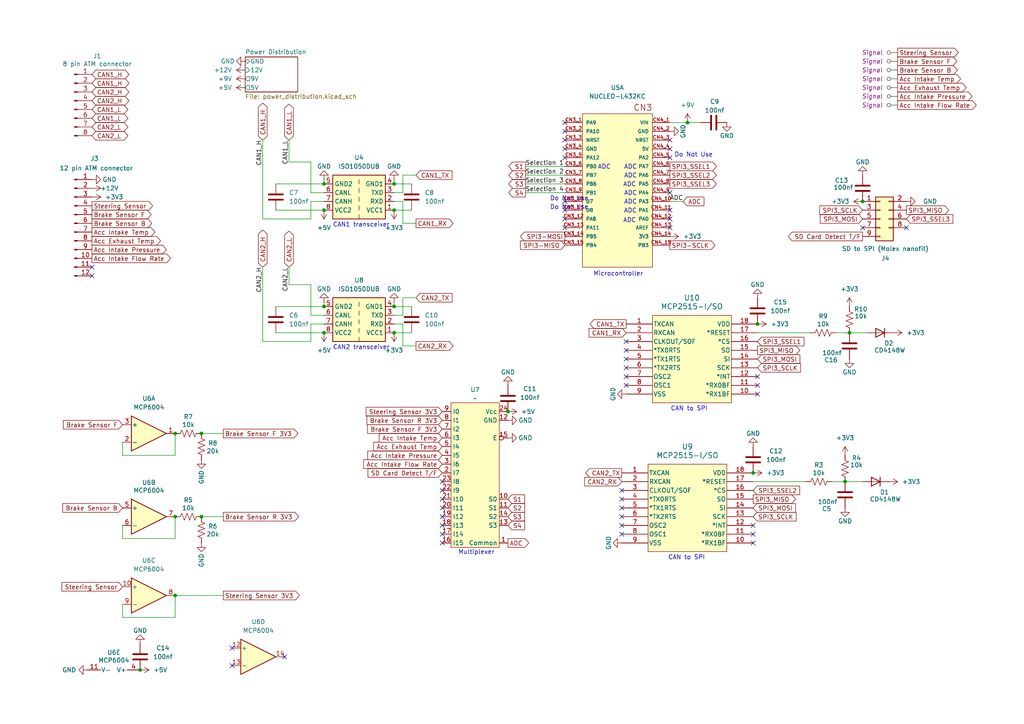
<source format=kicad_sch>
(kicad_sch (version 20231120) (generator "eeschema") (generator_version "8.0")
  (paper "A4")
  (title_block (title "Telemetry Board") (date "2024-11-10") (rev "1.8"))
  (lib_symbols
    (symbol "1_ACC_BOARD:NUCLEO-L432KC" (pin_names (offset 1.016))
      (property "Reference" "U" (at 10.16 21.082 0))
      (property "Value" "NUCLEO-L432KC" (at -7.62 -25.4 0))
      (symbol "NUCLEO-L432KC_1_0"
        (text "CN3" (at 10.16 18.542 0) (effects (font (size 1.778 1.778)) (justify right bottom)))
        (pin bidirectional line (at -15.24 15.24 0) (length 5.08) (name "PA9") (number "CN3_1"))
        (pin bidirectional line (at -15.24 -12.7 0) (length 5.08) (name "PA8") (number "CN3_12"))
        (pin bidirectional line (at -15.24 -15.24 0) (length 5.08) (name "PA11") (number "CN3_13"))
        (pin bidirectional line (at -15.24 -17.78 0) (length 5.08) (name "PB5") (number "CN3_14"))
        (pin bidirectional line (at -15.24 -20.32 0) (length 5.08) (name "PB4") (number "CN3_15"))
        (pin bidirectional line (at -15.24 12.7 0) (length 5.08) (name "PA10") (number "CN3_2"))
        (pin bidirectional line (at -15.24 5.08 0) (length 5.08) (name "PA12") (number "CN3_5"))
        (pin bidirectional line (at -15.24 2.54 0) (length 5.08) (name "PB0") (number "CN3_6"))
        (pin bidirectional line (at -15.24 0 0) (length 5.08) (name "PB7") (number "CN3_7"))
        (pin bidirectional line (at -15.24 -2.54 0) (length 5.08) (name "PB6") (number "CN3_8"))
        (pin bidirectional line (at -15.24 -5.08 0) (length 5.08) (name "PB1") (number "CN3_9"))
      )
      (symbol "NUCLEO-L432KC_1_1"
        (pin bidirectional line (at -15.24 -7.62 0) (length 5.08) (name "D7") (number "CN3_10"))
        (pin bidirectional line (at -15.24 -10.16 0) (length 5.08) (name "D8") (number "CN3_11"))
        (pin bidirectional line (at -15.24 10.16 0) (length 5.08) (name "NRST") (number "CN3_3"))
        (pin power_in line (at -15.24 7.62 0) (length 5.08) (name "GND") (number "CN3_4"))
        (pin power_in line (at 15.24 15.24 180) (length 5.08) (name "VIN") (number "CN4_1"))
        (pin bidirectional line (at 15.24 -7.62 180) (length 5.08) (name "PA3") (number "CN4_10"))
        (pin bidirectional line (at 15.24 -10.16 180) (length 5.08) (name "PA1") (number "CN4_11"))
        (pin bidirectional line (at 15.24 -12.7 180) (length 5.08) (name "PA0") (number "CN4_12"))
        (pin bidirectional line (at 15.24 -15.24 180) (length 5.08) (name "AREF") (number "CN4_13"))
        (pin power_out line (at 15.24 -17.78 180) (length 5.08) (name "3V3") (number "CN4_14"))
        (pin bidirectional line (at 15.24 -20.32 180) (length 5.08) (name "PB3") (number "CN4_15"))
        (pin power_in line (at 15.24 12.7 180) (length 5.08) (name "GND") (number "CN4_2"))
        (pin bidirectional line (at 15.24 10.16 180) (length 5.08) (name "NRST") (number "CN4_3"))
        (pin power_out line (at 15.24 7.62 180) (length 5.08) (name "5V") (number "CN4_4"))
        (pin bidirectional line (at 15.24 5.08 180) (length 5.08) (name "PA2") (number "CN4_5"))
        (pin bidirectional line (at 15.24 2.54 180) (length 5.08) (name "PA7") (number "CN4_6"))
        (pin bidirectional line (at 15.24 0 180) (length 5.08) (name "PA6") (number "CN4_7"))
        (pin bidirectional line (at 15.24 -2.54 180) (length 5.08) (name "PA5") (number "CN4_8"))
        (pin bidirectional line (at 15.24 -5.08 180) (length 5.08) (name "PA4") (number "CN4_9"))
      )
      (symbol "NUCLEO-L432KC_2_0"
        (text "CN4" (at -10.16 18.542 0) (effects (font (size 1.778 1.778)) (justify left bottom)))
        (pin input line (at -15.24 7.62 0) (length 5.08) (name "VIN") (number "CN4_1"))
        (pin bidirectional line (at -15.24 -10.16 0) (length 5.08) (name "PA3") (number "CN4_10"))
        (pin bidirectional line (at -15.24 -5.08 0) (length 5.08) (name "PA1") (number "CN4_11"))
        (pin bidirectional line (at -15.24 -2.54 0) (length 5.08) (name "PA0") (number "CN4_12"))
        (pin bidirectional line (at 15.24 7.62 180) (length 5.08) (name "AREF") (number "CN4_13"))
        (pin power_in line (at 15.24 12.7 180) (length 5.08) (name "+3V3") (number "CN4_14"))
        (pin bidirectional line (at 15.24 2.54 180) (length 5.08) (name "PB3") (number "CN4_15"))
        (pin power_in line (at 15.24 -15.24 180) (length 5.08) (name "GND_CN4") (number "CN4_2"))
        (pin bidirectional line (at -15.24 2.54 0) (length 5.08) (name "NRST_CN4") (number "CN4_3"))
        (pin power_in line (at 15.24 15.24 180) (length 5.08) (name "+5V") (number "CN4_4"))
        (pin bidirectional line (at -15.24 -7.62 0) (length 5.08) (name "PA2") (number "CN4_5"))
        (pin bidirectional line (at 15.24 -10.16 180) (length 5.08) (name "PA7") (number "CN4_6"))
        (pin bidirectional line (at 15.24 -7.62 180) (length 5.08) (name "PA6") (number "CN4_7"))
        (pin bidirectional line (at 15.24 -5.08 180) (length 5.08) (name "PA5") (number "CN4_8"))
        (pin bidirectional line (at 15.24 -2.54 180) (length 5.08) (name "PA4") (number "CN4_9"))
      )
      (symbol "NUCLEO-L432KC_2_1"
        (pin bidirectional line (at 17.78 6.35 180) (length 5.08) (name "PA2") (number "-UB"))
      )
    )
    (symbol "Amplifier_Operational:MCP6004" (pin_names (offset 0.127))
      (property "Reference" "U" (at 0 5.08 0))
      (property "Value" "MCP6004" (at 0 -5.08 0))
      (symbol "MCP6004_1_1"
        (pin output line (at 7.62 0 180) (length 2.54) (name "~") (number "1"))
        (pin input line (at -7.62 -2.54 0) (length 2.54) (name "-") (number "2"))
        (pin input line (at -7.62 2.54 0) (length 2.54) (name "+") (number "3"))
      )
      (symbol "MCP6004_2_1"
        (pin input line (at -7.62 2.54 0) (length 2.54) (name "+") (number "5"))
        (pin input line (at -7.62 -2.54 0) (length 2.54) (name "-") (number "6"))
        (pin output line (at 7.62 0 180) (length 2.54) (name "~") (number "7"))
      )
      (symbol "MCP6004_3_1"
        (pin input line (at -7.62 2.54 0) (length 2.54) (name "+") (number "10"))
        (pin output line (at 7.62 0 180) (length 2.54) (name "~") (number "8"))
        (pin input line (at -7.62 -2.54 0) (length 2.54) (name "-") (number "9"))
      )
      (symbol "MCP6004_4_1"
        (pin input line (at -7.62 2.54 0) (length 2.54) (name "+") (number "12"))
        (pin input line (at -7.62 -2.54 0) (length 2.54) (name "-") (number "13"))
        (pin output line (at 7.62 0 180) (length 2.54) (name "~") (number "14"))
      )
      (symbol "MCP6004_5_1"
        (pin power_in line (at -2.54 -7.62 90) (length 3.81) (name "V-") (number "11"))
        (pin power_in line (at -2.54 7.62 270) (length 3.81) (name "V+") (number "4"))
      )
    )
    (symbol "Connector:Conn_01x08_Pin" (pin_names (offset 1.016) hide)
      (property "Reference" "J" (at 0 10.16 0))
      (property "Value" "Conn_01x08_Pin" (at 0 -12.7 0))
      (symbol "Conn_01x08_Pin_1_1"
        (pin passive line (at 5.08 7.62 180) (length 3.81) (name "Pin_1") (number "1"))
        (pin passive line (at 5.08 5.08 180) (length 3.81) (name "Pin_2") (number "2"))
        (pin passive line (at 5.08 2.54 180) (length 3.81) (name "Pin_3") (number "3"))
        (pin passive line (at 5.08 0 180) (length 3.81) (name "Pin_4") (number "4"))
        (pin passive line (at 5.08 -2.54 180) (length 3.81) (name "Pin_5") (number "5"))
        (pin passive line (at 5.08 -5.08 180) (length 3.81) (name "Pin_6") (number "6"))
        (pin passive line (at 5.08 -7.62 180) (length 3.81) (name "Pin_7") (number "7"))
        (pin passive line (at 5.08 -10.16 180) (length 3.81) (name "Pin_8") (number "8"))
      )
    )
    (symbol "Connector:Conn_01x12_Pin" (pin_names (offset 1.016) hide)
      (property "Reference" "J" (at 0 15.24 0))
      (property "Value" "Conn_01x12_Pin" (at 0 -17.78 0))
      (symbol "Conn_01x12_Pin_1_1"
        (pin passive line (at 5.08 12.7 180) (length 3.81) (name "Pin_1") (number "1"))
        (pin passive line (at 5.08 -10.16 180) (length 3.81) (name "Pin_10") (number "10"))
        (pin passive line (at 5.08 -12.7 180) (length 3.81) (name "Pin_11") (number "11"))
        (pin passive line (at 5.08 -15.24 180) (length 3.81) (name "Pin_12") (number "12"))
        (pin passive line (at 5.08 10.16 180) (length 3.81) (name "Pin_2") (number "2"))
        (pin passive line (at 5.08 7.62 180) (length 3.81) (name "Pin_3") (number "3"))
        (pin passive line (at 5.08 5.08 180) (length 3.81) (name "Pin_4") (number "4"))
        (pin passive line (at 5.08 2.54 180) (length 3.81) (name "Pin_5") (number "5"))
        (pin passive line (at 5.08 0 180) (length 3.81) (name "Pin_6") (number "6"))
        (pin passive line (at 5.08 -2.54 180) (length 3.81) (name "Pin_7") (number "7"))
        (pin passive line (at 5.08 -5.08 180) (length 3.81) (name "Pin_8") (number "8"))
        (pin passive line (at 5.08 -7.62 180) (length 3.81) (name "Pin_9") (number "9"))
      )
    )
    (symbol "Connector_Generic:Conn_2Rows-09Pins" (pin_names (offset 1.016) hide)
      (property "Reference" "J" (at 1.27 7.62 0))
      (property "Value" "Conn_2Rows-09Pins" (at 1.27 -7.62 0))
      (symbol "Conn_2Rows-09Pins_1_1"
        (pin passive line (at -5.08 5.08 0) (length 3.81) (name "Pin_1") (number "1"))
        (pin passive line (at 7.62 5.08 180) (length 3.81) (name "Pin_2") (number "2"))
        (pin passive line (at -5.08 2.54 0) (length 3.81) (name "Pin_3") (number "3"))
        (pin passive line (at 7.62 2.54 180) (length 3.81) (name "Pin_4") (number "4"))
        (pin passive line (at -5.08 0 0) (length 3.81) (name "Pin_5") (number "5"))
        (pin passive line (at 7.62 0 180) (length 3.81) (name "Pin_6") (number "6"))
        (pin passive line (at -5.08 -2.54 0) (length 3.81) (name "Pin_7") (number "7"))
        (pin passive line (at 7.62 -2.54 180) (length 3.81) (name "Pin_8") (number "8"))
        (pin passive line (at -5.08 -5.08 0) (length 3.81) (name "Pin_9") (number "9"))
      )
    )
    (symbol "Device:C" (pin_numbers hide) (pin_names (offset 0.254))
      (property "Reference" "C" (at 0.635 2.54 0))
      (property "Value" "C" (at 0.635 -2.54 0))
      (symbol "C_1_1"
        (pin passive line (at 0 3.81 270) (length 2.794) (name "~") (number "1"))
        (pin passive line (at 0 -3.81 90) (length 2.794) (name "~") (number "2"))
      )
    )
    (symbol "Device:R_US" (pin_numbers hide) (pin_names (offset 0))
      (property "Reference" "R" (at 2.54 0 90))
      (property "Value" "R_US" (at -2.54 0 90))
      (symbol "R_US_1_1"
        (pin passive line (at 0 3.81 270) (length 1.27) (name "~") (number "1"))
        (pin passive line (at 0 -3.81 90) (length 1.27) (name "~") (number "2"))
      )
    )
    (symbol "Diode:CD4148W" (pin_numbers hide) (pin_names hide)
      (property "Reference" "D" (at 0 2.54 0))
      (property "Value" "CD4148W" (at 0 -2.54 0))
      (symbol "CD4148W_1_1"
        (pin passive line (at -3.81 0 0) (length 2.54) (name "K") (number "1"))
        (pin passive line (at 3.81 0 180) (length 2.54) (name "A") (number "2"))
      )
    )
    (symbol "FS_3_Global_Symbol_Library:CD74HC4067SM96"
      (property "Reference" "U" (at 1.778 1.27 0))
      (symbol "CD74HC4067SM96_1_1"
        (pin output line (at 16.51 -40.64 180) (length 2.54) (name "Common") (number "1"))
        (pin input line (at 16.51 -27.94 180) (length 2.54) (name "S0") (number "10"))
        (pin input line (at 16.51 -30.48 180) (length 2.54) (name "S1") (number "11"))
        (pin power_in line (at 16.51 -5.08 180) (length 2.54) (name "GND") (number "12"))
        (pin input line (at 16.51 -35.56 180) (length 2.54) (name "S3") (number "13"))
        (pin input line (at 16.51 -33.02 180) (length 2.54) (name "S2") (number "14"))
        (pin input inverted (at 16.51 -10.16 180) (length 2.54) (name "E") (number "15"))
        (pin input line (at -2.54 -40.64 0) (length 2.54) (name "I15") (number "16"))
        (pin input line (at -2.54 -38.1 0) (length 2.54) (name "I14") (number "17"))
        (pin input line (at -2.54 -35.56 0) (length 2.54) (name "I13") (number "18"))
        (pin input line (at -2.54 -33.02 0) (length 2.54) (name "I12") (number "19"))
        (pin input line (at -2.54 -20.32 0) (length 2.54) (name "I7") (number "2"))
        (pin input line (at -2.54 -30.48 0) (length 2.54) (name "I11") (number "20"))
        (pin input line (at -2.54 -27.94 0) (length 2.54) (name "I10") (number "21"))
        (pin input line (at -2.54 -25.4 0) (length 2.54) (name "I9") (number "22"))
        (pin input line (at -2.54 -22.86 0) (length 2.54) (name "I8") (number "23"))
        (pin power_in line (at 16.51 -2.54 180) (length 2.54) (name "Vcc") (number "24"))
        (pin input line (at -2.54 -17.78 0) (length 2.54) (name "I6") (number "3"))
        (pin input line (at -2.54 -15.24 0) (length 2.54) (name "I5") (number "4"))
        (pin input line (at -2.54 -12.7 0) (length 2.54) (name "I4") (number "5"))
        (pin input line (at -2.54 -10.16 0) (length 2.54) (name "I3") (number "6"))
        (pin input line (at -2.54 -7.62 0) (length 2.54) (name "I2") (number "7"))
        (pin input line (at -2.54 -5.08 0) (length 2.54) (name "I1") (number "8"))
        (pin input line (at -2.54 -2.54 0) (length 2.54) (name "I0") (number "9"))
      )
    )
    (symbol "Interface_CAN_LIN:ISO1050DUB"
      (property "Reference" "U" (at -6.35 6.35 0))
      (property "Value" "ISO1050DUB" (at 2.54 6.35 0))
      (symbol "ISO1050DUB_1_1"
        (pin power_in line (at -10.16 2.54 0) (length 2.54) (name "VCC1") (number "1"))
        (pin output line (at -10.16 0 0) (length 2.54) (name "RXD") (number "2"))
        (pin input line (at -10.16 -2.54 0) (length 2.54) (name "TXD") (number "3"))
        (pin power_in line (at -10.16 -5.08 0) (length 2.54) (name "GND1") (number "4"))
        (pin power_in line (at 10.16 -5.08 180) (length 2.54) (name "GND2") (number "5"))
        (pin bidirectional line (at 10.16 -2.54 180) (length 2.54) (name "CANL") (number "6"))
        (pin bidirectional line (at 10.16 0 180) (length 2.54) (name "CANH") (number "7"))
        (pin power_in line (at 10.16 2.54 180) (length 2.54) (name "VCC2") (number "8"))
      )
    )
    (symbol "MCP2515-I_SO_1" (pin_names (offset 0.254))
      (property "Reference" "U" (at 18.796 7.874 0))
      (property "Value" "MCP2515-I/SO" (at 18.796 4.318 0))
      (symbol "MCP2515-I_SO_1_0_1"
        (pin unspecified line (at 0 0 0) (length 7.62) (name "TXCAN") (number "1"))
        (pin unspecified line (at 38.1 -20.32 180) (length 7.62) (name "*RX1BF") (number "10"))
        (pin unspecified line (at 38.1 -17.78 180) (length 7.62) (name "*RX0BF") (number "11"))
        (pin unspecified line (at 38.1 -15.24 180) (length 7.62) (name "*INT") (number "12"))
        (pin unspecified line (at 38.1 -12.7 180) (length 7.62) (name "SCK") (number "13"))
        (pin unspecified line (at 38.1 -10.16 180) (length 7.62) (name "SI") (number "14"))
        (pin unspecified line (at 38.1 -7.62 180) (length 7.62) (name "SO") (number "15"))
        (pin unspecified line (at 38.1 -5.08 180) (length 7.62) (name "*CS") (number "16"))
        (pin unspecified line (at 38.1 -2.54 180) (length 7.62) (name "*RESET") (number "17"))
        (pin unspecified line (at 38.1 0 180) (length 7.62) (name "VDD") (number "18"))
        (pin unspecified line (at 0 -2.54 0) (length 7.62) (name "RXCAN") (number "2"))
        (pin unspecified line (at 0 -5.08 0) (length 7.62) (name "CLKOUT/SOF") (number "3"))
        (pin unspecified line (at 0 -7.62 0) (length 7.62) (name "*TX0RTS") (number "4"))
        (pin unspecified line (at 0 -10.16 0) (length 7.62) (name "*TX1RTS") (number "5"))
        (pin unspecified line (at 0 -12.7 0) (length 7.62) (name "*TX2RTS") (number "6"))
        (pin unspecified line (at 0 -15.24 0) (length 7.62) (name "OSC2") (number "7"))
        (pin unspecified line (at 0 -17.78 0) (length 7.62) (name "OSC1") (number "8"))
        (pin unspecified line (at 0 -20.32 0) (length 7.62) (name "VSS") (number "9"))
      )
    )
    (symbol "power:+12V" (power) (pin_numbers hide) (pin_names (offset 0) hide)
      (property "Value" "+12V" (at 0 3.556 0))
      (symbol "+12V_1_1"
        (pin power_in line (at 0 0 90) (length 0) (name "~") (number "1"))
      )
    )
    (symbol "power:+3V3" (power) (pin_numbers hide) (pin_names (offset 0) hide)
      (property "Value" "+3V3" (at 0 3.556 0))
      (symbol "+3V3_1_1"
        (pin power_in line (at 0 0 90) (length 0) (name "~") (number "1"))
      )
    )
    (symbol "power:+5V" (power) (pin_numbers hide) (pin_names (offset 0) hide)
      (property "Value" "+5V" (at 0 3.556 0))
      (symbol "+5V_1_1"
        (pin power_in line (at 0 0 90) (length 0) (name "~") (number "1"))
      )
    )
    (symbol "power:+9V" (power) (pin_numbers hide) (pin_names (offset 0) hide)
      (property "Value" "+9V" (at 0 3.556 0))
      (symbol "+9V_1_1"
        (pin power_in line (at 0 0 90) (length 0) (name "~") (number "1"))
      )
    )
    (symbol "power:GND" (power) (pin_numbers hide) (pin_names (offset 0) hide)
      (property "Value" "GND" (at 0 -3.81 0))
      (symbol "GND_1_1"
        (pin power_in line (at 0 0 270) (length 0) (name "~") (number "1"))
      )
    )
  )
  (junction (at 245.11 139.7))
  (junction (at 93.98 88.9))
  (junction (at 147.32 119.38))
  (junction (at 93.98 60.96))
  (junction (at 50.8 149.86))
  (junction (at 114.3 53.34))
  (junction (at 219.71 93.98))
  (junction (at 58.42 125.73))
  (junction (at 40.64 194.31))
  (junction (at 114.3 60.96))
  (junction (at 93.98 53.34))
  (junction (at 50.8 125.73))
  (junction (at 93.98 96.52))
  (junction (at 114.3 96.52))
  (junction (at 246.38 96.52))
  (junction (at 114.3 88.9))
  (junction (at 199.39 35.56))
  (junction (at 50.8 172.72))
  (junction (at 218.44 137.16))
  (junction (at 250.19 58.42))
  (junction (at 58.42 149.86))
  (no_connect (at 180.34 147.32))
  (no_connect (at 194.31 43.18))
  (no_connect (at 163.83 58.42))
  (no_connect (at 26.67 80.01))
  (no_connect (at 128.27 157.48))
  (no_connect (at 219.71 109.22))
  (no_connect (at 180.34 144.78))
  (no_connect (at 163.83 43.18))
  (no_connect (at 128.27 144.78))
  (no_connect (at 219.71 111.76))
  (no_connect (at 163.83 63.5))
  (no_connect (at 163.83 35.56))
  (no_connect (at 194.31 66.04))
  (no_connect (at 128.27 147.32))
  (no_connect (at 163.83 38.1))
  (no_connect (at 180.34 154.94))
  (no_connect (at 181.61 101.6))
  (no_connect (at 181.61 104.14))
  (no_connect (at 194.31 40.64))
  (no_connect (at 181.61 106.68))
  (no_connect (at 194.31 60.96))
  (no_connect (at 194.31 55.88))
  (no_connect (at 128.27 149.86))
  (no_connect (at 262.89 66.04))
  (no_connect (at 128.27 154.94))
  (no_connect (at 180.34 149.86))
  (no_connect (at 218.44 152.4))
  (no_connect (at 163.83 45.72))
  (no_connect (at 218.44 157.48))
  (no_connect (at 250.19 66.04))
  (no_connect (at 180.34 142.24))
  (no_connect (at 180.34 152.4))
  (no_connect (at 163.83 40.64))
  (no_connect (at 219.71 114.3))
  (no_connect (at 181.61 111.76))
  (no_connect (at 128.27 152.4))
  (no_connect (at 67.31 193.04))
  (no_connect (at 194.31 63.5))
  (no_connect (at 128.27 142.24))
  (no_connect (at 67.31 187.96))
  (no_connect (at 194.31 45.72))
  (no_connect (at 82.55 190.5))
  (no_connect (at 26.67 77.47))
  (no_connect (at 181.61 99.06))
  (no_connect (at 181.61 109.22))
  (no_connect (at 163.83 60.96))
  (no_connect (at 128.27 139.7))
  (no_connect (at 163.83 66.04))
  (no_connect (at 218.44 154.94))
  (wire (pts (xy 194.31 58.42) (xy 198.12 58.42)))
  (wire (pts (xy 114.3 53.34) (xy 119.38 53.34)))
  (wire (pts (xy 50.8 172.72) (xy 50.8 179.07)))
  (wire (pts (xy 116.84 50.8) (xy 120.65 50.8)))
  (wire (pts (xy 90.17 82.55) (xy 83.82 82.55)))
  (wire (pts (xy 90.17 46.99) (xy 83.82 46.99)))
  (wire (pts (xy 50.8 179.07) (xy 35.56 179.07)))
  (wire (pts (xy 116.84 55.88) (xy 116.84 50.8)))
  (wire (pts (xy 114.3 52.07) (xy 114.3 53.34)))
  (wire (pts (xy 114.3 88.9) (xy 119.38 88.9)))
  (wire (pts (xy 90.17 91.44) (xy 93.98 91.44)))
  (wire (pts (xy 76.2 40.64) (xy 76.2 63.5)))
  (wire (pts (xy 64.77 125.73) (xy 58.42 125.73)))
  (wire (pts (xy 219.71 96.52) (xy 234.95 96.52)))
  (wire (pts (xy 50.8 125.73) (xy 50.8 132.08)))
  (wire (pts (xy 90.17 93.98) (xy 93.98 93.98)))
  (wire (pts (xy 35.56 152.4) (xy 35.56 156.21)))
  (wire (pts (xy 114.3 96.52) (xy 119.38 96.52)))
  (wire (pts (xy 35.56 132.08) (xy 35.56 128.27)))
  (wire (pts (xy 152.4 48.26) (xy 163.83 48.26)))
  (wire (pts (xy 203.2 35.56) (xy 199.39 35.56)))
  (wire (pts (xy 152.4 50.8) (xy 163.83 50.8)))
  (wire (pts (xy 50.8 156.21) (xy 35.56 156.21)))
  (wire (pts (xy 76.2 63.5) (xy 90.17 63.5)))
  (wire (pts (xy 90.17 99.06) (xy 90.17 93.98)))
  (wire (pts (xy 116.84 64.77) (xy 120.65 64.77)))
  (wire (pts (xy 93.98 52.07) (xy 93.98 53.34)))
  (wire (pts (xy 114.3 60.96) (xy 119.38 60.96)))
  (wire (pts (xy 90.17 58.42) (xy 93.98 58.42)))
  (wire (pts (xy 80.01 96.52) (xy 93.98 96.52)))
  (wire (pts (xy 76.2 99.06) (xy 90.17 99.06)))
  (wire (pts (xy 80.01 60.96) (xy 93.98 60.96)))
  (wire (pts (xy 116.84 91.44) (xy 116.84 86.36)))
  (wire (pts (xy 116.84 100.33) (xy 120.65 100.33)))
  (wire (pts (xy 90.17 63.5) (xy 90.17 58.42)))
  (wire (pts (xy 245.11 139.7) (xy 250.19 139.7)))
  (wire (pts (xy 50.8 172.72) (xy 64.77 172.72)))
  (wire (pts (xy 114.3 91.44) (xy 116.84 91.44)))
  (wire (pts (xy 194.31 35.56) (xy 199.39 35.56)))
  (wire (pts (xy 114.3 55.88) (xy 116.84 55.88)))
  (wire (pts (xy 116.84 93.98) (xy 116.84 100.33)))
  (wire (pts (xy 90.17 55.88) (xy 93.98 55.88)))
  (wire (pts (xy 241.3 139.7) (xy 245.11 139.7)))
  (wire (pts (xy 90.17 82.55) (xy 90.17 91.44)))
  (wire (pts (xy 83.82 77.47) (xy 83.82 82.55)))
  (wire (pts (xy 90.17 46.99) (xy 90.17 55.88)))
  (wire (pts (xy 152.4 55.88) (xy 163.83 55.88)))
  (wire (pts (xy 76.2 77.47) (xy 76.2 99.06)))
  (wire (pts (xy 93.98 87.63) (xy 93.98 88.9)))
  (wire (pts (xy 80.01 88.9) (xy 93.98 88.9)))
  (wire (pts (xy 80.01 53.34) (xy 93.98 53.34)))
  (wire (pts (xy 218.44 139.7) (xy 233.68 139.7)))
  (wire (pts (xy 114.3 87.63) (xy 114.3 88.9)))
  (wire (pts (xy 114.3 93.98) (xy 116.84 93.98)))
  (wire (pts (xy 116.84 58.42) (xy 116.84 64.77)))
  (wire (pts (xy 242.57 96.52) (xy 246.38 96.52)))
  (wire (pts (xy 35.56 175.26) (xy 35.56 179.07)))
  (wire (pts (xy 114.3 58.42) (xy 116.84 58.42)))
  (wire (pts (xy 246.38 96.52) (xy 251.46 96.52)))
  (wire (pts (xy 50.8 149.86) (xy 50.8 156.21)))
  (wire (pts (xy 50.8 132.08) (xy 35.56 132.08)))
  (wire (pts (xy 152.4 53.34) (xy 163.83 53.34)))
  (wire (pts (xy 83.82 40.64) (xy 83.82 46.99)))
  (wire (pts (xy 116.84 86.36) (xy 120.65 86.36)))
  (wire (pts (xy 64.77 149.86) (xy 58.42 149.86)))
  (text "1 CAN bus -> 2 CAN Busses\nSPI Connected to 2 can controllers\nhttps://ww1.microchip.com/downloads/en/DeviceDoc/MCP2515-Stand-Alone-CAN-Controller-with-SPI-20001801J.pdf\nperipheral boards being replaced with CAN (Except power and ground)\nMake a list of sensors that need to be powered by PDB\nReach out to AUTO companies for flow sensor(s)\nUpdate connector to have power(and gnd), can x2, power to peripherals (and gnd), direct inputs.\nDirect inputs go to multiplexer." (at 149.352 -9.652 0) (effects (font (size 1.27 1.27))))
  (text "Multiplexer" (at 138.176 160.274 0) (effects (font (size 1.27 1.27))))
  (text "CAN to SPI" (at 199.136 161.798 0) (effects (font (size 1.27 1.27))))
  (text "Do Not Use\n" (at 195.58 45.72 0) (effects (font (size 1.27 1.27)) (justify left bottom)))
  (text "CAN1 transceiver" (at 96.52 66.04 0) (effects (font (size 1.27 1.27)) (justify left bottom)))
  (text "ADC" (at 182.626 53.594 0) (effects (font (size 1.27 1.27))))
  (text "ADC" (at 182.88 51.054 0) (effects (font (size 1.27 1.27))))
  (text "CAN2 transceiver" (at 96.52 101.6 0) (effects (font (size 1.27 1.27)) (justify left bottom)))
  (text "ADC" (at 175.26 48.514 0) (effects (font (size 1.27 1.27))))
  (text "ADC" (at 182.88 48.514 0) (effects (font (size 1.27 1.27))))
  (text "Do Not Use\n" (at 159.512 60.96 0) (effects (font (size 1.27 1.27)) (justify left bottom)))
  (text "ADC" (at 182.88 56.134 0) (effects (font (size 1.27 1.27))))
  (text "CAN to SPI" (at 199.898 118.618 0) (effects (font (size 1.27 1.27))))
  (text "ADC" (at 182.88 58.674 0) (effects (font (size 1.27 1.27))))
  (text "Do Not Use\n" (at 159.512 58.42 0) (effects (font (size 1.27 1.27)) (justify left bottom)))
  (text "ADC" (at 182.626 64.008 0) (effects (font (size 1.27 1.27))))
  (text "ADC" (at 182.8354 61.2393 0) (effects (font (size 1.27 1.27))))
  (text "Microcontroller" (at 179.324 79.502 0) (effects (font (size 1.27 1.27))))
  (label "CAN1_H" (at 76.2 40.64 270))
  (label "CAN2_H" (at 76.2 77.47 270))
  (label "Selection 4" (at 152.4 55.88 0))
  (label "Selection 2" (at 152.4 50.8 0))
  (label "CAN1_L" (at 83.82 40.64 270))
  (label "Selection 3" (at 152.4 53.34 0))
  (label "CAN2_L" (at 83.82 77.47 270))
  (label "ADC" (at 198.12 58.42 180))
  (label "Selection 1" (at 152.4 48.26 0))
  (global_label "CAN2_H" (shape bidirectional) (at 76.2 77.47 90) (property "Intersheetrefs" "${INTERSHEET_REFS}" (effects (hide yes))))
  (global_label "SPI3-SCLK" (shape output) (at 194.31 71.12 0) (property "Intersheetrefs" "${INTERSHEET_REFS}" (effects (hide yes))))
  (global_label "SPI3_SCLK" (shape input) (at 218.44 149.86 0) (property "Intersheetrefs" "${INTERSHEET_REFS}" (effects (hide yes))))
  (global_label "SPI3_SSEL1" (shape output) (at 194.31 48.26 0) (property "Intersheetrefs" "${INTERSHEET_REFS}" (effects (hide yes))))
  (global_label "Acc Intake Temp" (shape input) (at 128.27 127 180) (property "Intersheetrefs" "${INTERSHEET_REFS}" (effects (hide yes))))
  (global_label "Steering Sensor" (shape output) (at 26.67 59.69 0) (property "Intersheetrefs" "${INTERSHEET_REFS}" (effects (hide yes))))
  (global_label "CAN1_L" (shape bidirectional) (at 26.67 31.75 0) (property "Intersheetrefs" "${INTERSHEET_REFS}" (effects (hide yes))))
  (global_label "S4" (shape output) (at 152.4 55.88 180) (property "Intersheetrefs" "${INTERSHEET_REFS}" (effects (hide yes))))
  (global_label "Acc Intake Pressure" (shape output) (at 260.35 27.94 0) (property "Intersheetrefs" "${INTERSHEET_REFS}" (effects (hide yes))))
  (global_label "Acc Intake Temp" (shape output) (at 260.35 22.86 0) (property "Intersheetrefs" "${INTERSHEET_REFS}" (effects (hide yes))))
  (global_label "CAN1_RX" (shape output) (at 120.65 64.77 0) (property "Intersheetrefs" "${INTERSHEET_REFS}" (effects (hide yes))))
  (global_label "SPI3-MISO" (shape input) (at 163.83 71.12 180) (property "Intersheetrefs" "${INTERSHEET_REFS}" (effects (hide yes))))
  (global_label "Acc Intake Flow Rate" (shape output) (at 260.35 30.48 0) (property "Intersheetrefs" "${INTERSHEET_REFS}" (effects (hide yes))))
  (global_label "CAN1_L" (shape bidirectional) (at 83.82 40.64 90) (property "Intersheetrefs" "${INTERSHEET_REFS}" (effects (hide yes))))
  (global_label "CAN1_L" (shape bidirectional) (at 26.67 34.29 0) (property "Intersheetrefs" "${INTERSHEET_REFS}" (effects (hide yes))))
  (global_label "CAN1_H" (shape bidirectional) (at 26.67 24.13 0) (property "Intersheetrefs" "${INTERSHEET_REFS}" (effects (hide yes))))
  (global_label "SPI3_MISO" (shape output) (at 218.44 144.78 0) (property "Intersheetrefs" "${INTERSHEET_REFS}" (effects (hide yes))))
  (global_label "Acc Intake Flow Rate" (shape input) (at 128.27 134.62 180) (property "Intersheetrefs" "${INTERSHEET_REFS}" (effects (hide yes))))
  (global_label "SPI3_SSEL2" (shape input) (at 218.44 142.24 0) (property "Intersheetrefs" "${INTERSHEET_REFS}" (effects (hide yes))))
  (global_label "S1" (shape input) (at 147.32 144.78 0) (property "Intersheetrefs" "${INTERSHEET_REFS}" (effects (hide yes))))
  (global_label "Acc Intake Pressure" (shape input) (at 128.27 132.08 180) (property "Intersheetrefs" "${INTERSHEET_REFS}" (effects (hide yes))))
  (global_label "Acc Exhaust Temp" (shape output) (at 260.35 25.4 0) (property "Intersheetrefs" "${INTERSHEET_REFS}" (effects (hide yes))))
  (global_label "CAN1_H" (shape bidirectional) (at 26.67 21.59 0) (property "Intersheetrefs" "${INTERSHEET_REFS}" (effects (hide yes))))
  (global_label "SPI3_SSEL3" (shape output) (at 194.31 53.34 0) (property "Intersheetrefs" "${INTERSHEET_REFS}" (effects (hide yes))))
  (global_label "SD Card Detect T{slash}F" (shape input) (at 128.27 137.16 180) (property "Intersheetrefs" "${INTERSHEET_REFS}" (effects (hide yes))))
  (global_label "Brake Sensor B" (shape input) (at 35.56 147.32 180) (property "Intersheetrefs" "${INTERSHEET_REFS}" (effects (hide yes))))
  (global_label "CAN2_TX" (shape input) (at 120.65 86.36 0) (property "Intersheetrefs" "${INTERSHEET_REFS}" (effects (hide yes))))
  (global_label "SPI3_MOSI" (shape input) (at 218.44 147.32 0) (property "Intersheetrefs" "${INTERSHEET_REFS}" (effects (hide yes))))
  (global_label "CAN2_TX" (shape output) (at 180.34 137.16 180) (property "Intersheetrefs" "${INTERSHEET_REFS}" (effects (hide yes))))
  (global_label "CAN2_RX" (shape input) (at 180.34 139.7 180) (property "Intersheetrefs" "${INTERSHEET_REFS}" (effects (hide yes))))
  (global_label "Brake Sensor F" (shape output) (at 26.67 62.23 0) (property "Intersheetrefs" "${INTERSHEET_REFS}" (effects (hide yes))))
  (global_label "Brake Sensor F 3V3" (shape input) (at 128.27 124.46 180) (property "Intersheetrefs" "${INTERSHEET_REFS}" (effects (hide yes))))
  (global_label "S2" (shape output) (at 152.4 50.8 180) (property "Intersheetrefs" "${INTERSHEET_REFS}" (effects (hide yes))))
  (global_label "CAN2_L" (shape bidirectional) (at 83.82 77.47 90) (property "Intersheetrefs" "${INTERSHEET_REFS}" (effects (hide yes))))
  (global_label "Brake Sensor R 3V3" (shape output) (at 64.77 149.86 0) (property "Intersheetrefs" "${INTERSHEET_REFS}" (effects (hide yes))))
  (global_label "CAN1_TX" (shape input) (at 120.65 50.8 0) (property "Intersheetrefs" "${INTERSHEET_REFS}" (effects (hide yes))))
  (global_label "S3" (shape input) (at 147.32 149.86 0) (property "Intersheetrefs" "${INTERSHEET_REFS}" (effects (hide yes))))
  (global_label "ADC" (shape input) (at 198.12 58.42 0) (property "Intersheetrefs" "${INTERSHEET_REFS}" (effects (hide yes))))
  (global_label "SPI3-MOSI" (shape output) (at 163.83 68.58 180) (property "Intersheetrefs" "${INTERSHEET_REFS}" (effects (hide yes))))
  (global_label "CAN2_RX" (shape output) (at 120.65 100.33 0) (property "Intersheetrefs" "${INTERSHEET_REFS}" (effects (hide yes))))
  (global_label "SPI3_MOSI" (shape input) (at 219.71 104.14 0) (property "Intersheetrefs" "${INTERSHEET_REFS}" (effects (hide yes))))
  (global_label "Acc Intake Flow Rate" (shape output) (at 26.67 74.93 0) (property "Intersheetrefs" "${INTERSHEET_REFS}" (effects (hide yes))))
  (global_label "S4" (shape input) (at 147.32 152.4 0) (property "Intersheetrefs" "${INTERSHEET_REFS}" (effects (hide yes))))
  (global_label "CAN2_L" (shape bidirectional) (at 26.67 39.37 0) (property "Intersheetrefs" "${INTERSHEET_REFS}" (effects (hide yes))))
  (global_label "SPI3_MISO" (shape output) (at 262.89 60.96 0) (property "Intersheetrefs" "${INTERSHEET_REFS}" (effects (hide yes))))
  (global_label "SPI3_SCLK" (shape input) (at 219.71 106.68 0) (property "Intersheetrefs" "${INTERSHEET_REFS}" (effects (hide yes))))
  (global_label "CAN2_H" (shape bidirectional) (at 26.67 26.67 0) (property "Intersheetrefs" "${INTERSHEET_REFS}" (effects (hide yes))))
  (global_label "SPI3_MISO" (shape output) (at 219.71 101.6 0) (property "Intersheetrefs" "${INTERSHEET_REFS}" (effects (hide yes))))
  (global_label "CAN1_TX" (shape output) (at 181.61 93.98 180) (property "Intersheetrefs" "${INTERSHEET_REFS}" (effects (hide yes))))
  (global_label "Brake Sensor F" (shape output) (at 260.35 17.78 0) (property "Intersheetrefs" "${INTERSHEET_REFS}" (effects (hide yes))))
  (global_label "SPI3_SCLK" (shape input) (at 250.19 60.96 180) (property "Intersheetrefs" "${INTERSHEET_REFS}" (effects (hide yes))))
  (global_label "CAN2_H" (shape bidirectional) (at 26.67 29.21 0) (property "Intersheetrefs" "${INTERSHEET_REFS}" (effects (hide yes))))
  (global_label "CAN2_L" (shape bidirectional) (at 26.67 36.83 0) (property "Intersheetrefs" "${INTERSHEET_REFS}" (effects (hide yes))))
  (global_label "SPI3_SSEL2" (shape output) (at 194.31 50.8 0) (property "Intersheetrefs" "${INTERSHEET_REFS}" (effects (hide yes))))
  (global_label "SD Card Detect T{slash}F" (shape output) (at 250.19 68.58 180) (property "Intersheetrefs" "${INTERSHEET_REFS}" (effects (hide yes))))
  (global_label "Brake Sensor B" (shape output) (at 26.67 64.77 0) (property "Intersheetrefs" "${INTERSHEET_REFS}" (effects (hide yes))))
  (global_label "Acc Exhaust Temp" (shape output) (at 26.67 69.85 0) (property "Intersheetrefs" "${INTERSHEET_REFS}" (effects (hide yes))))
  (global_label "S3" (shape output) (at 152.4 53.34 180) (property "Intersheetrefs" "${INTERSHEET_REFS}" (effects (hide yes))))
  (global_label "Brake Sensor R 3V3" (shape input) (at 128.27 121.92 180) (property "Intersheetrefs" "${INTERSHEET_REFS}" (effects (hide yes))))
  (global_label "Steering Sensor 3V3" (shape input) (at 128.27 119.38 180) (property "Intersheetrefs" "${INTERSHEET_REFS}" (effects (hide yes))))
  (global_label "Brake Sensor F" (shape input) (at 35.56 123.19 180) (property "Intersheetrefs" "${INTERSHEET_REFS}" (effects (hide yes))))
  (global_label "CAN1_RX" (shape input) (at 181.61 96.52 180) (property "Intersheetrefs" "${INTERSHEET_REFS}" (effects (hide yes))))
  (global_label "Acc Intake Temp" (shape output) (at 26.67 67.31 0) (property "Intersheetrefs" "${INTERSHEET_REFS}" (effects (hide yes))))
  (global_label "Acc Intake Pressure" (shape output) (at 26.67 72.39 0) (property "Intersheetrefs" "${INTERSHEET_REFS}" (effects (hide yes))))
  (global_label "SPI3_SSEL3" (shape input) (at 262.89 63.5 0) (property "Intersheetrefs" "${INTERSHEET_REFS}" (effects (hide yes))))
  (global_label "SPI3_SSEL1" (shape input) (at 219.71 99.06 0) (property "Intersheetrefs" "${INTERSHEET_REFS}" (effects (hide yes))))
  (global_label "Steering Sensor" (shape output) (at 260.35 15.24 0) (property "Intersheetrefs" "${INTERSHEET_REFS}" (effects (hide yes))))
  (global_label "Steering Sensor" (shape input) (at 35.56 170.18 180) (property "Intersheetrefs" "${INTERSHEET_REFS}" (effects (hide yes))))
  (global_label "CAN1_H" (shape bidirectional) (at 76.2 40.64 90) (property "Intersheetrefs" "${INTERSHEET_REFS}" (effects (hide yes))))
  (global_label "SPI3_MOSI" (shape input) (at 250.19 63.5 180) (property "Intersheetrefs" "${INTERSHEET_REFS}" (effects (hide yes))))
  (global_label "Brake Sensor B" (shape output) (at 260.35 20.32 0) (property "Intersheetrefs" "${INTERSHEET_REFS}" (effects (hide yes))))
  (global_label "Brake Sensor F 3V3" (shape output) (at 64.77 125.73 0) (property "Intersheetrefs" "${INTERSHEET_REFS}" (effects (hide yes))))
  (global_label "S1" (shape output) (at 152.4 48.26 180) (property "Intersheetrefs" "${INTERSHEET_REFS}" (effects (hide yes))))
  (global_label "Steering Sensor 3V3" (shape output) (at 64.77 172.72 0) (property "Intersheetrefs" "${INTERSHEET_REFS}" (effects (hide yes))))
  (global_label "S2" (shape input) (at 147.32 147.32 0) (property "Intersheetrefs" "${INTERSHEET_REFS}" (effects (hide yes))))
  (global_label "ADC" (shape output) (at 147.32 157.48 0) (property "Intersheetrefs" "${INTERSHEET_REFS}" (effects (hide yes))))
  (global_label "Acc Exhaust Temp" (shape input) (at 128.27 129.54 180) (property "Intersheetrefs" "${INTERSHEET_REFS}" (effects (hide yes))))
  (netclass_flag "" (length 2.54) (shape round) (at 260.35 27.94 90) (property "Netclass" "Signal" (at 249.936 27.94 0) (effects (font (italic yes)) (justify left))))
  (netclass_flag "" (length 2.54) (shape round) (at 260.35 15.24 90) (property "Netclass" "Signal" (at 249.936 15.24 0) (effects (font (italic yes)) (justify left))))
  (netclass_flag "" (length 2.54) (shape round) (at 260.35 22.86 90) (property "Netclass" "Signal" (at 249.936 22.86 0) (effects (font (italic yes)) (justify left))))
  (netclass_flag "" (length 2.54) (shape round) (at 260.35 25.4 90) (property "Netclass" "Signal" (at 249.936 25.4 0) (effects (font (italic yes)) (justify left))))
  (netclass_flag "" (length 2.54) (shape round) (at 260.35 30.48 90) (property "Netclass" "Signal" (at 249.936 30.48 0) (effects (font (italic yes)) (justify left))))
  (netclass_flag "" (length 2.54) (shape round) (at 260.35 17.78 90) (property "Netclass" "Signal" (at 249.936 17.78 0) (effects (font (italic yes)) (justify left))))
  (netclass_flag "" (length 2.54) (shape round) (at 260.35 20.32 90) (property "Netclass" "Signal" (at 249.936 20.32 0) (effects (font (italic yes)) (justify left))))
  (symbol (lib_id "Device:C") (at 207.01 35.56 90) (unit 1)
    (property "Reference" "C9" (at 207.264 29.464 90))
    (property "Value" "100nf" (at 207.264 32.004 90))
    (property "Footprint" "Capacitor_SMD:C_0805_2012Metric_Pad1.18x1.45mm_HandSolder" (effects (hide yes)))
  )
  (symbol (lib_id "power:GND") (at 219.71 86.36 180) (unit 1)
    (property "Reference" "#PWR049" (effects (hide yes)))
    (property "Value" "GND" (at 219.71 82.55 0))
  )
  (symbol (lib_id "power:GND") (at 114.3 52.07 180) (unit 1)
    (property "Reference" "#PWR038" (effects (hide yes)))
    (property "Value" "GND" (at 114.3 48.26 0))
  )
  (symbol (lib_id "power:GND") (at 147.32 127 90) (unit 1)
    (property "Reference" "#PWR051" (effects (hide yes)))
    (property "Value" "GND" (at 152.4 127 90))
    (property "Description" "Power symbol creates a global label with name \"GND\" , ground" (effects (hide yes)))
  )
  (symbol (lib_id "FS_3_Global_Symbol_Library:CD74HC4067SM96") (at 130.81 116.84 0) (unit 1)
    (property "Reference" "U7" (at 137.795 113.03 0))
    (property "Value" "~" (at 137.795 115.57 0))
    (property "Footprint" "Package_SO:SSOP-24_5.3x8.2mm_P0.65mm" (effects (hide yes)))
    (property "Datasheet" "https://www.ti.com/lit/ds/symlink/cd74hc4067.pdf?HQS=dis-dk-null-digikeymode-dsf-pf-null-wwe&ts=1731277577046&ref_url=https%253A%252F%252Fwww.ti.com%252Fgeneral%252Fdocs%252Fsuppproductinfo.tsp%253FdistId%253D10%2526gotoUrl%253Dhttps%253A%252F%252Fwww.ti.com%252Flit%252Fgpn%252Fcd74hc4067" (effects (hide yes)))
    (property "Description" "16 input analog MUX" (effects (hide yes)))
  )
  (symbol (lib_id "power:GND") (at 58.42 133.35 0) (unit 1)
    (property "Reference" "#PWR046" (effects (hide yes)))
    (property "Value" "GND" (at 58.42 138.43 90))
    (property "Description" "Power symbol creates a global label with name \"GND\" , ground" (effects (hide yes)))
  )
  (symbol (lib_id "1_ACC_BOARD:NUCLEO-L432KC") (at 179.07 50.8 0) (unit 1)
    (property "Reference" "U5" (at 179.07 25.4 0))
    (property "Value" "NUCLEO-L432KC" (at 179.07 27.94 0))
    (property "Footprint" "FS_3_Global_Footprint_Library:NUCLEO-L432KC" (effects (hide yes)))
    (property "PARTREV" "N/A" (effects (hide yes)))
    (property "STANDARD" "Manufacturer Recommendations" (effects (hide yes)))
    (property "MAXIMUM_PACKAGE_HEIGHT" "N/A" (effects (hide yes)))
    (property "MANUFACTURER" "ST Microelectronics" (effects (hide yes)))
  )
  (symbol (lib_id "power:+12V") (at 71.12 20.32 90) (unit 1)
    (property "Reference" "#PWR021" (effects (hide yes)))
    (property "Value" "+12V" (at 67.31 20.3199 90) (effects (justify left)))
    (property "Description" "Power symbol creates a global label with name \"+12V\"" (effects (hide yes)))
  )
  (symbol (lib_id "Connector_Generic:Conn_2Rows-09Pins") (at 255.27 63.5 0) (unit 1)
    (property "Reference" "J4" (at 256.794 74.93 0))
    (property "Value" "SD to SPI (Molex nanofit)" (at 256.794 72.136 0))
    (property "Footprint" "Connector_Molex:Molex_Nano-Fit_105310-xx10_2x05_P2.50mm_Vertical" (effects (hide yes)))
    (property "Description" "Generic connector, double row, 09 pins, odd/even pin numbering scheme (row 1 odd numbers, row 2 even numbers), script generated (kicad-library-utils/schlib/autogen/connector/)" (effects (hide yes)))
  )
  (symbol (lib_id "power:+3V3") (at 194.31 68.58 270) (unit 1)
    (property "Reference" "#PWR01" (effects (hide yes)))
    (property "Value" "+3V3" (at 198.12 68.5799 90) (effects (justify left)))
    (property "Description" "Power symbol creates a global label with name \"+3V3\"" (effects (hide yes)))
  )
  (symbol (lib_id "Device:R_US") (at 58.42 153.67 180) (unit 1)
    (property "Reference" "R6" (at 61.722 152.654 0))
    (property "Value" "20k" (at 61.722 154.94 0))
    (property "Footprint" "Resistor_SMD:R_0805_2012Metric_Pad1.20x1.40mm_HandSolder" (effects (hide yes)))
  )
  (symbol (lib_id "power:+5V") (at 219.71 93.98 270) (unit 1)
    (property "Reference" "#PWR050" (effects (hide yes)))
    (property "Value" "+3V3" (at 223.52 93.9799 90) (effects (justify left)))
  )
  (symbol (lib_id "Interface_CAN_LIN:ISO1050DUB") (at 104.14 93.98 180) (unit 1)
    (property "Reference" "U8" (at 104.14 81.28 0))
    (property "Value" "ISO1050DUB" (at 104.14 83.82 0))
    (property "Footprint" "Package_SO:SOP-8_6.62x9.15mm_P2.54mm" (effects (hide yes)))
    (property "Datasheet" "http://www.ti.com/lit/ds/symlink/iso1050.pdf" (effects (hide yes)))
  )
  (symbol (lib_id "Diode:CD4148W") (at 254 139.7 180) (unit 1)
    (property "Reference" "D1" (at 256.54 142.748 0))
    (property "Value" "CD4148W" (at 256.794 144.78 0))
    (property "Footprint" "Diode_SMD:D_0805_2012Metric" (effects (hide yes)))
    (property "Datasheet" "https://www.dccomponents.com/upload/product/original/623524775088.pdf" (effects (hide yes)))
    (property "Description" "75V 0.15A Switching Diode, 0805" (effects (hide yes)))
    (property "Sim.Device" "D" (effects (hide yes)))
    (property "Sim.Pins" "1=K 2=A" (effects (hide yes)))
  )
  (symbol (lib_id "power:+3V3") (at 114.3 60.96 180) (unit 1)
    (property "Reference" "#PWR015" (effects (hide yes)))
    (property "Value" "+3V3" (at 114.3 66.04 0))
    (property "Description" "Power symbol creates a global label with name \"+3V3\"" (effects (hide yes)))
  )
  (symbol (lib_id "Device:R_US") (at 238.76 96.52 90) (unit 1)
    (property "Reference" "R9" (at 238.76 91.694 90))
    (property "Value" "10k" (at 238.76 93.98 90))
    (property "Footprint" "Resistor_SMD:R_0805_2012Metric_Pad1.20x1.40mm_HandSolder" (effects (hide yes)))
  )
  (symbol (lib_id "power:GND") (at 194.31 38.1 90) (unit 1)
    (property "Reference" "#PWR040" (effects (hide yes)))
    (property "Value" "GND" (at 198.12 38.1 0))
  )
  (symbol (lib_id "power:GND") (at 181.61 114.3 270) (unit 1)
    (property "Reference" "#PWR048" (effects (hide yes)))
    (property "Value" "GND" (at 177.8 114.3 0))
  )
  (symbol (lib_id "power:GND") (at 246.38 104.14 0) (unit 1)
    (property "Reference" "#PWR053" (effects (hide yes)))
    (property "Value" "GND" (at 246.38 107.95 0))
  )
  (symbol (lib_id "Amplifier_Operational:MCP6004") (at 43.18 149.86 0) (unit 2)
    (property "Reference" "U6" (at 43.18 139.954 0))
    (property "Value" "MCP6004" (at 43.18 142.24 0))
    (property "Datasheet" "http://ww1.microchip.com/downloads/en/DeviceDoc/21733j.pdf" (effects (hide yes)))
    (property "Description" "1MHz, Low-Power Op Amp, DIP-14/SOIC-14/TSSOP-14" (effects (hide yes)))
  )
  (symbol (lib_id "power:+5V") (at 218.44 137.16 270) (unit 1)
    (property "Reference" "#PWR028" (effects (hide yes)))
    (property "Value" "+3V3" (at 222.25 137.1599 90) (effects (justify left)))
  )
  (symbol (lib_id "power:+5V") (at 147.32 119.38 270) (mirror x) (unit 1)
    (property "Reference" "#PWR029" (effects (hide yes)))
    (property "Value" "+5V" (at 151.13 119.3799 90) (effects (justify left)))
    (property "Description" "Power symbol creates a global label with name \"+5V\"" (effects (hide yes)))
  )
  (symbol (lib_id "Device:C") (at 218.44 133.35 180) (unit 1)
    (property "Reference" "C12" (at 225.044 130.81 0))
    (property "Value" "100nf" (at 225.044 133.35 0))
    (property "Footprint" "Capacitor_SMD:C_0805_2012Metric_Pad1.18x1.45mm_HandSolder" (effects (hide yes)))
  )
  (symbol (lib_id "Device:C") (at 250.19 54.61 180) (unit 1)
    (property "Reference" "C13" (at 244.094 52.324 0))
    (property "Value" "100nf" (at 244.602 54.356 0))
    (property "Footprint" "Capacitor_SMD:C_0805_2012Metric_Pad1.18x1.45mm_HandSolder" (effects (hide yes)))
  )
  (symbol (lib_id "power:GND") (at 210.82 35.56 0) (unit 1)
    (property "Reference" "#PWR042" (effects (hide yes)))
    (property "Value" "GND" (at 210.82 39.37 0))
  )
  (symbol (lib_id "Device:R_US") (at 245.11 135.89 180) (unit 1)
    (property "Reference" "R4" (at 248.412 132.842 0))
    (property "Value" "10k" (at 248.412 134.874 0))
    (property "Footprint" "Resistor_SMD:R_0805_2012Metric_Pad1.20x1.40mm_HandSolder" (effects (hide yes)))
  )
  (symbol (lib_id "power:GND") (at 262.89 58.42 90) (unit 1)
    (property "Reference" "#PWR035" (effects (hide yes)))
    (property "Value" "GND" (at 269.748 58.42 90))
  )
  (symbol (lib_id "power:GND") (at 58.42 157.48 0) (unit 1)
    (property "Reference" "#PWR045" (effects (hide yes)))
    (property "Value" "GND" (at 58.42 162.56 90))
    (property "Description" "Power symbol creates a global label with name \"GND\" , ground" (effects (hide yes)))
  )
  (symbol (lib_id "Device:C") (at 40.64 190.5 180) (unit 1)
    (property "Reference" "C14" (at 47.244 187.96 0))
    (property "Value" "100nf" (at 47.244 190.5 0))
    (property "Footprint" "Capacitor_SMD:C_0805_2012Metric_Pad1.18x1.45mm_HandSolder" (effects (hide yes)))
  )
  (symbol (lib_id "power:GND") (at 250.19 50.8 180) (unit 1)
    (property "Reference" "#PWR043" (effects (hide yes)))
    (property "Value" "GND" (at 250.19 46.99 0))
  )
  (symbol (lib_id "Device:C") (at 147.32 115.57 180) (unit 1)
    (property "Reference" "C11" (at 153.67 112.776 0))
    (property "Value" "100nf" (at 153.67 115.316 0))
    (property "Footprint" "Capacitor_SMD:C_0805_2012Metric_Pad1.18x1.45mm_HandSolder" (effects (hide yes)))
  )
  (symbol (lib_id "power:+3V3") (at 26.67 57.15 270) (unit 1)
    (property "Reference" "#PWR014" (effects (hide yes)))
    (property "Value" "+3V3" (at 30.48 57.1499 90) (effects (justify left)))
    (property "Description" "Power symbol creates a global label with name \"+3V3\"" (effects (hide yes)))
  )
  (symbol (lib_id "power:+3V3") (at 114.3 96.52 180) (unit 1)
    (property "Reference" "#PWR023" (effects (hide yes)))
    (property "Value" "+3V3" (at 114.3 101.6 0))
    (property "Description" "Power symbol creates a global label with name \"+3V3\"" (effects (hide yes)))
  )
  (symbol (lib_id "power:+5V") (at 93.98 96.52 180) (unit 1)
    (property "Reference" "#PWR018" (effects (hide yes)))
    (property "Value" "+5V" (at 93.98 101.6 0))
  )
  (symbol (lib_id "Device:C") (at 80.01 92.71 0) (unit 1)
    (property "Reference" "C6" (at 83.82 91.4399 0) (effects (justify left)))
    (property "Value" "100nf" (at 83.82 93.9799 0) (effects (justify left)))
    (property "Footprint" "Capacitor_SMD:C_0805_2012Metric_Pad1.18x1.45mm_HandSolder" (effects (hide yes)))
  )
  (symbol (lib_id "Connector:Conn_01x08_Pin") (at 21.59 29.21 0) (unit 1)
    (property "Reference" "J1" (at 28.194 16.256 0))
    (property "Value" "8 pin ATM connector" (at 28.194 18.542 0))
    (property "Description" "Generic connector, single row, 01x08, script generated" (effects (hide yes)))
  )
  (symbol (lib_id "power:+5V") (at 259.08 96.52 270) (unit 1)
    (property "Reference" "#PWR054" (effects (hide yes)))
    (property "Value" "+3V3" (at 262.89 96.5199 90) (effects (justify left)))
  )
  (symbol (lib_id "power:+12V") (at 26.67 54.61 270) (unit 1)
    (property "Reference" "#PWR05" (effects (hide yes)))
    (property "Value" "+12V" (at 31.75 54.61 90))
    (property "Description" "Power symbol creates a global label with name \"+12V\"" (effects (hide yes)))
  )
  (symbol (lib_id "power:GND") (at 245.11 147.32 0) (unit 1)
    (property "Reference" "#PWR020" (effects (hide yes)))
    (property "Value" "GND" (at 245.11 151.13 0))
  )
  (symbol (lib_id "power:GND") (at 114.3 87.63 180) (unit 1)
    (property "Reference" "#PWR019" (effects (hide yes)))
    (property "Value" "GND" (at 114.3 83.82 0))
  )
  (symbol (lib_id "power:GND") (at 26.67 52.07 90) (unit 1)
    (property "Reference" "#PWR02" (effects (hide yes)))
    (property "Value" "GND" (at 31.75 52.07 90))
    (property "Description" "Power symbol creates a global label with name \"GND\" , ground" (effects (hide yes)))
  )
  (symbol (lib_id "Device:C") (at 245.11 143.51 0) (unit 1)
    (property "Reference" "C5" (at 239.776 147.574 0))
    (property "Value" "100nf" (at 240.03 145.542 0))
    (property "Footprint" "Capacitor_SMD:C_0805_2012Metric_Pad1.18x1.45mm_HandSolder" (effects (hide yes)))
  )
  (symbol (lib_id "power:GND") (at 147.32 111.76 180) (unit 1)
    (property "Reference" "#PWR026" (effects (hide yes)))
    (property "Value" "GND" (at 147.32 107.95 0))
  )
  (symbol (lib_id "Device:R_US") (at 237.49 139.7 90) (unit 1)
    (property "Reference" "R3" (at 237.49 134.874 90))
    (property "Value" "10k" (at 237.49 137.16 90))
    (property "Footprint" "Resistor_SMD:R_0805_2012Metric_Pad1.20x1.40mm_HandSolder" (effects (hide yes)))
  )
  (symbol (lib_id "Diode:CD4148W") (at 255.27 96.52 180) (unit 1)
    (property "Reference" "D2" (at 257.81 99.568 0))
    (property "Value" "CD4148W" (at 258.064 101.6 0))
    (property "Footprint" "Diode_SMD:D_0805_2012Metric" (effects (hide yes)))
    (property "Datasheet" "https://www.dccomponents.com/upload/product/original/623524775088.pdf" (effects (hide yes)))
    (property "Description" "75V 0.15A Switching Diode, 0805" (effects (hide yes)))
    (property "Sim.Device" "D" (effects (hide yes)))
    (property "Sim.Pins" "1=K 2=A" (effects (hide yes)))
  )
  (symbol (lib_id "Amplifier_Operational:MCP6004") (at 43.18 172.72 0) (unit 3)
    (property "Reference" "U6" (at 43.18 162.56 0))
    (property "Value" "MCP6004" (at 43.18 165.1 0))
    (property "Datasheet" "http://ww1.microchip.com/downloads/en/DeviceDoc/21733j.pdf" (effects (hide yes)))
    (property "Description" "1MHz, Low-Power Op Amp, DIP-14/SOIC-14/TSSOP-14" (effects (hide yes)))
  )
  (symbol (lib_name "MCP2515-I_SO_1") (lib_id "FS_3_Global_Symbol_Library:MCP2515-I_SO") (at 181.61 93.98 0) (unit 1)
    (property "Reference" "U10" (at 200.66 86.36 0) (effects (font (size 1.524 1.524))))
    (property "Value" "MCP2515-I/SO" (at 200.66 88.9 0) (effects (font (size 1.524 1.524))))
    (property "Footprint" "Package_SO:SOIC-18W_7.5x11.6mm_P1.27mm" (effects (hide yes)))
    (property "Datasheet" "MCP2515-I/SO" (effects (hide yes)))
    (property "Description" "Stand Alone CAN Controller with SPI" (effects (hide yes)))
  )
  (symbol (lib_id "Interface_CAN_LIN:ISO1050DUB") (at 104.14 58.42 180) (unit 1)
    (property "Reference" "U4" (at 104.14 45.72 0))
    (property "Value" "ISO1050DUB" (at 104.14 48.26 0))
    (property "Footprint" "Package_SO:SOP-8_6.62x9.15mm_P2.54mm" (effects (hide yes)))
    (property "Datasheet" "http://www.ti.com/lit/ds/symlink/iso1050.pdf" (effects (hide yes)))
  )
  (symbol (lib_id "power:+5V") (at 93.98 60.96 180) (unit 1)
    (property "Reference" "#PWR037" (effects (hide yes)))
    (property "Value" "+5V" (at 93.98 66.04 0))
  )
  (symbol (lib_id "power:+5V") (at 245.11 132.08 0) (unit 1)
    (property "Reference" "#PWR022" (effects (hide yes)))
    (property "Value" "+3V3" (at 245.11 127 0))
  )
  (symbol (lib_id "power:GND") (at 71.12 17.78 270) (unit 1)
    (property "Reference" "#PWR033" (effects (hide yes)))
    (property "Value" "GND" (at 66.04 17.78 90))
    (property "Description" "Power symbol creates a global label with name \"GND\" , ground" (effects (hide yes)))
  )
  (symbol (lib_id "Device:R_US") (at 246.38 92.71 180) (unit 1)
    (property "Reference" "R10" (at 249.682 89.662 0))
    (property "Value" "10k" (at 249.682 91.694 0))
    (property "Footprint" "Resistor_SMD:R_0805_2012Metric_Pad1.20x1.40mm_HandSolder" (effects (hide yes)))
  )
  (symbol (lib_id "power:GND") (at 147.32 121.92 90) (unit 1)
    (property "Reference" "#PWR034" (effects (hide yes)))
    (property "Value" "GND" (at 152.4 121.92 90))
    (property "Description" "Power symbol creates a global label with name \"GND\" , ground" (effects (hide yes)))
  )
  (symbol (lib_id "Device:R_US") (at 58.42 129.54 180) (unit 1)
    (property "Reference" "R8" (at 61.722 128.524 0))
    (property "Value" "20k" (at 61.722 130.81 0))
    (property "Footprint" "Resistor_SMD:R_0805_2012Metric_Pad1.20x1.40mm_HandSolder" (effects (hide yes)))
  )
  (symbol (lib_id "power:GND") (at 93.98 87.63 180) (unit 1)
    (property "Reference" "#PWR017" (effects (hide yes)))
    (property "Value" "GND" (at 93.98 83.82 0))
  )
  (symbol (lib_id "Amplifier_Operational:MCP6004") (at 74.93 190.5 0) (unit 4)
    (property "Reference" "U6" (at 74.93 180.34 0))
    (property "Value" "MCP6004" (at 74.93 182.88 0))
    (property "Datasheet" "http://ww1.microchip.com/downloads/en/DeviceDoc/21733j.pdf" (effects (hide yes)))
    (property "Description" "1MHz, Low-Power Op Amp, DIP-14/SOIC-14/TSSOP-14" (effects (hide yes)))
  )
  (symbol (lib_id "Device:R_US") (at 54.61 125.73 90) (unit 1)
    (property "Reference" "R7" (at 54.61 120.904 90))
    (property "Value" "10k" (at 54.61 123.19 90))
    (property "Footprint" "Resistor_SMD:R_0805_2012Metric_Pad1.20x1.40mm_HandSolder" (effects (hide yes)))
  )
  (symbol (lib_id "power:+5V") (at 257.81 139.7 270) (unit 1)
    (property "Reference" "#PWR032" (effects (hide yes)))
    (property "Value" "+3V3" (at 261.62 139.6999 90) (effects (justify left)))
  )
  (symbol (lib_id "Connector:Conn_01x12_Pin") (at 21.59 64.77 0) (unit 1)
    (property "Reference" "J3" (at 27.432 45.974 0))
    (property "Value" "12 pin ATM connector" (at 27.94 48.768 0))
    (property "Description" "Generic connector, single row, 01x12, script generated" (effects (hide yes)))
  )
  (symbol (lib_id "Device:C") (at 119.38 92.71 0) (unit 1)
    (property "Reference" "C10" (at 123.19 91.4399 0) (effects (justify left)))
    (property "Value" "100nf" (at 123.19 93.9799 0) (effects (justify left)))
    (property "Footprint" "Capacitor_SMD:C_0805_2012Metric_Pad1.18x1.45mm_HandSolder" (effects (hide yes)))
  )
  (symbol (lib_id "power:GND") (at 25.4 194.31 270) (unit 1)
    (property "Reference" "#PWR047" (effects (hide yes)))
    (property "Value" "GND" (at 20.066 194.31 90))
  )
  (symbol (lib_id "power:GND") (at 180.34 157.48 270) (unit 1)
    (property "Reference" "#PWR039" (effects (hide yes)))
    (property "Value" "GND" (at 176.53 157.48 0))
  )
  (symbol (lib_id "power:GND") (at 93.98 52.07 180) (unit 1)
    (property "Reference" "#PWR036" (effects (hide yes)))
    (property "Value" "GND" (at 93.98 48.26 0))
  )
  (symbol (lib_id "Device:C") (at 219.71 90.17 180) (unit 1)
    (property "Reference" "C15" (at 226.314 87.63 0))
    (property "Value" "100nf" (at 226.314 90.17 0))
    (property "Footprint" "Capacitor_SMD:C_0805_2012Metric_Pad1.18x1.45mm_HandSolder" (effects (hide yes)))
  )
  (symbol (lib_id "power:GND") (at 40.64 186.69 180) (unit 1)
    (property "Reference" "#PWR027" (effects (hide yes)))
    (property "Value" "GND" (at 40.64 182.88 0))
  )
  (symbol (lib_id "power:+5V") (at 40.64 194.31 270) (unit 1)
    (property "Reference" "#PWR030" (effects (hide yes)))
    (property "Value" "+5V" (at 44.45 194.3099 90) (effects (justify left)))
  )
  (symbol (lib_name "MCP2515-I_SO_1") (lib_id "FS_3_Global_Symbol_Library:MCP2515-I_SO") (at 180.34 137.16 0) (unit 1)
    (property "Reference" "U9" (at 199.39 129.54 0) (effects (font (size 1.524 1.524))))
    (property "Value" "MCP2515-I/SO" (at 199.39 132.08 0) (effects (font (size 1.524 1.524))))
    (property "Footprint" "Package_SO:SOIC-18W_7.5x11.6mm_P1.27mm" (effects (hide yes)))
    (property "Datasheet" "MCP2515-I/SO" (effects (hide yes)))
    (property "Description" "Stand Alone CAN Controller with SPI" (effects (hide yes)))
  )
  (symbol (lib_id "Device:R_US") (at 54.61 149.86 90) (unit 1)
    (property "Reference" "R5" (at 54.61 145.034 90))
    (property "Value" "10k" (at 54.61 147.32 90))
    (property "Footprint" "Resistor_SMD:R_0805_2012Metric_Pad1.20x1.40mm_HandSolder" (effects (hide yes)))
  )
  (symbol (lib_id "Device:C") (at 119.38 57.15 0) (unit 1)
    (property "Reference" "C8" (at 123.19 55.8799 0) (effects (justify left)))
    (property "Value" "100nf" (at 123.19 58.4199 0) (effects (justify left)))
    (property "Footprint" "Capacitor_SMD:C_0805_2012Metric_Pad1.18x1.45mm_HandSolder" (effects (hide yes)))
  )
  (symbol (lib_id "power:+9V") (at 199.39 35.56 0) (unit 1)
    (property "Reference" "#PWR041" (effects (hide yes)))
    (property "Value" "+9V" (at 199.39 30.48 0))
  )
  (symbol (lib_id "Device:C") (at 80.01 57.15 0) (unit 1)
    (property "Reference" "C7" (at 83.82 55.8799 0) (effects (justify left)))
    (property "Value" "100nf" (at 83.82 58.4199 0) (effects (justify left)))
    (property "Footprint" "Capacitor_SMD:C_0805_2012Metric_Pad1.18x1.45mm_HandSolder" (effects (hide yes)))
  )
  (symbol (lib_id "power:GND") (at 218.44 129.54 180) (unit 1)
    (property "Reference" "#PWR025" (effects (hide yes)))
    (property "Value" "GND" (at 218.44 125.73 0))
  )
  (symbol (lib_id "Amplifier_Operational:MCP6004") (at 43.18 125.73 0) (unit 1)
    (property "Reference" "U6" (at 43.18 115.57 0))
    (property "Value" "MCP6004" (at 43.18 118.11 0))
    (property "Datasheet" "http://ww1.microchip.com/downloads/en/DeviceDoc/21733j.pdf" (effects (hide yes)))
    (property "Description" "1MHz, Low-Power Op Amp, DIP-14/SOIC-14/TSSOP-14" (effects (hide yes)))
  )
  (symbol (lib_id "Amplifier_Operational:MCP6004") (at 33.02 196.85 270) (unit 5)
    (property "Reference" "U6" (at 33.02 189.23 90))
    (property "Value" "MCP6004" (at 33.02 191.516 90))
    (property "Datasheet" "http://ww1.microchip.com/downloads/en/DeviceDoc/21733j.pdf" (effects (hide yes)))
    (property "Description" "1MHz, Low-Power Op Amp, DIP-14/SOIC-14/TSSOP-14" (effects (hide yes)))
  )
  (symbol (lib_id "power:+5V") (at 246.38 88.9 0) (unit 1)
    (property "Reference" "#PWR052" (effects (hide yes)))
    (property "Value" "+3V3" (at 246.38 83.82 0))
  )
  (symbol (lib_id "power:+9V") (at 71.12 22.86 90) (unit 1)
    (property "Reference" "#PWR024" (effects (hide yes)))
    (property "Value" "+9V" (at 67.31 22.8599 90) (effects (justify left)))
    (property "Description" "Power symbol creates a global label with name \"+9V\"" (effects (hide yes)))
  )
  (symbol (lib_id "Device:C") (at 246.38 100.33 0) (unit 1)
    (property "Reference" "C16" (at 241.046 104.394 0))
    (property "Value" "100nf" (at 241.3 102.362 0))
    (property "Footprint" "Capacitor_SMD:C_0805_2012Metric_Pad1.18x1.45mm_HandSolder" (effects (hide yes)))
  )
  (symbol (lib_id "power:+5V") (at 71.12 25.4 90) (unit 1)
    (property "Reference" "#PWR031" (effects (hide yes)))
    (property "Value" "+5V" (at 67.31 25.4001 90) (effects (justify left)))
    (property "Description" "Power symbol creates a global label with name \"+5V\"" (effects (hide yes)))
  )
  (symbol (lib_id "power:+5V") (at 250.19 58.42 90) (unit 1)
    (property "Reference" "#PWR044" (effects (hide yes)))
    (property "Value" "+3V3" (at 246.38 58.4199 90) (effects (justify left)))
  )
  (sheet (at 71.12 16.51) (size 15.24 10.16) (stroke (width 0.1524))
    (property "Sheetname" "Power Distribution" (at 71.12 15.7984 0) (effects (justify left bottom)))
    (property "Sheetfile" "power_distribution.kicad_sch" (at 71.12 27.2546 0) (effects (justify left top)))
    (pin "9V" output (at 71.12 22.86 180))
    (pin "GND" bidirectional (at 71.12 17.78 180))
    (pin "12V" input (at 71.12 20.32 180))
    (pin "5V" output (at 71.12 25.4 180))
  )
)
</source>
